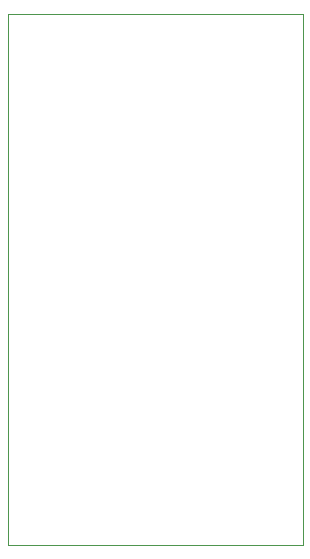
<source format=gbr>
G04 #@! TF.GenerationSoftware,KiCad,Pcbnew,(5.1.2)-2*
G04 #@! TF.CreationDate,2019-07-12T10:06:44-07:00*
G04 #@! TF.ProjectId,BLE PCB,424c4520-5043-4422-9e6b-696361645f70,v01*
G04 #@! TF.SameCoordinates,Original*
G04 #@! TF.FileFunction,Profile,NP*
%FSLAX46Y46*%
G04 Gerber Fmt 4.6, Leading zero omitted, Abs format (unit mm)*
G04 Created by KiCad (PCBNEW (5.1.2)-2) date 2019-07-12 10:06:44*
%MOMM*%
%LPD*%
G04 APERTURE LIST*
%ADD10C,0.050000*%
G04 APERTURE END LIST*
D10*
X122500000Y-70000000D02*
X122500000Y-115000000D01*
X147500000Y-115000000D02*
X147500000Y-70000000D01*
X122500000Y-115000000D02*
X147500000Y-115000000D01*
X122500000Y-70000000D02*
X147500000Y-70000000D01*
M02*

</source>
